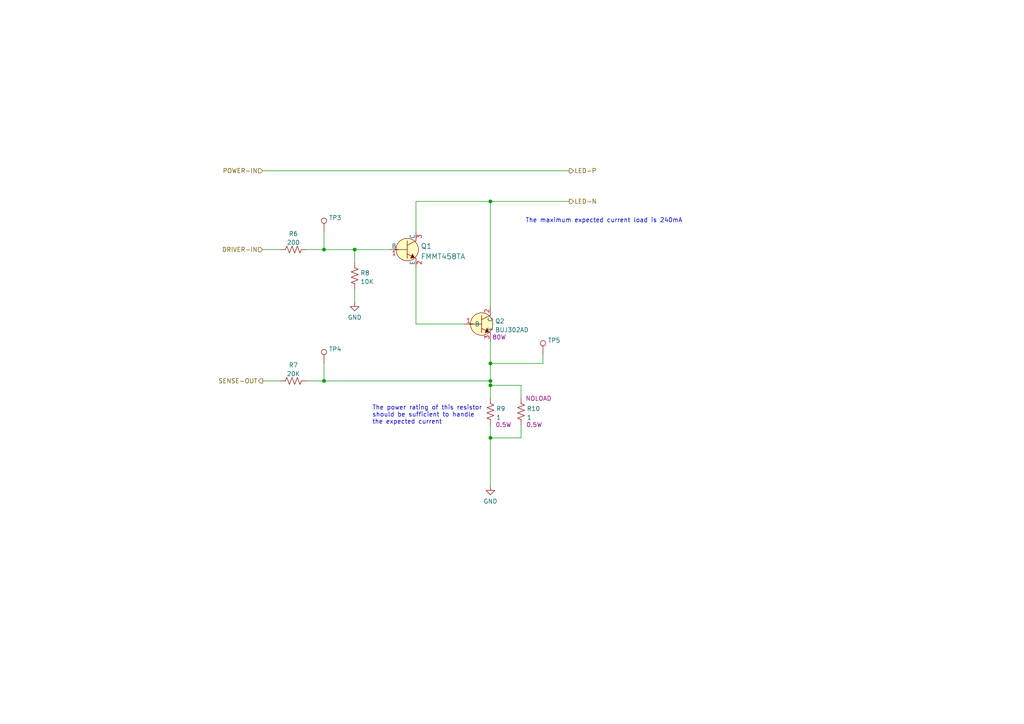
<source format=kicad_sch>
(kicad_sch (version 20211123) (generator eeschema)

  (uuid ac7c31ab-f080-4256-b217-7141dab77c4b)

  (paper "A4")

  (title_block
    (title "Lantern")
  )

  (lib_symbols
    (symbol "Connector:TestPoint" (pin_numbers hide) (pin_names (offset 0.762) hide) (in_bom yes) (on_board yes)
      (property "Reference" "TP" (id 0) (at 0 6.858 0)
        (effects (font (size 1.27 1.27)))
      )
      (property "Value" "TestPoint" (id 1) (at 0 5.08 0)
        (effects (font (size 1.27 1.27)))
      )
      (property "Footprint" "" (id 2) (at 5.08 0 0)
        (effects (font (size 1.27 1.27)) hide)
      )
      (property "Datasheet" "~" (id 3) (at 5.08 0 0)
        (effects (font (size 1.27 1.27)) hide)
      )
      (property "ki_keywords" "test point tp" (id 4) (at 0 0 0)
        (effects (font (size 1.27 1.27)) hide)
      )
      (property "ki_description" "test point" (id 5) (at 0 0 0)
        (effects (font (size 1.27 1.27)) hide)
      )
      (property "ki_fp_filters" "Pin* Test*" (id 6) (at 0 0 0)
        (effects (font (size 1.27 1.27)) hide)
      )
      (symbol "TestPoint_0_1"
        (circle (center 0 3.302) (radius 0.762)
          (stroke (width 0) (type default) (color 0 0 0 0))
          (fill (type none))
        )
      )
      (symbol "TestPoint_1_1"
        (pin passive line (at 0 0 90) (length 2.54)
          (name "1" (effects (font (size 1.27 1.27))))
          (number "1" (effects (font (size 1.27 1.27))))
        )
      )
    )
    (symbol "Device:R_US" (pin_numbers hide) (pin_names (offset 0)) (in_bom yes) (on_board yes)
      (property "Reference" "R" (id 0) (at 2.54 0 90)
        (effects (font (size 1.27 1.27)))
      )
      (property "Value" "R_US" (id 1) (at -2.54 0 90)
        (effects (font (size 1.27 1.27)))
      )
      (property "Footprint" "" (id 2) (at 1.016 -0.254 90)
        (effects (font (size 1.27 1.27)) hide)
      )
      (property "Datasheet" "~" (id 3) (at 0 0 0)
        (effects (font (size 1.27 1.27)) hide)
      )
      (property "ki_keywords" "R res resistor" (id 4) (at 0 0 0)
        (effects (font (size 1.27 1.27)) hide)
      )
      (property "ki_description" "Resistor, US symbol" (id 5) (at 0 0 0)
        (effects (font (size 1.27 1.27)) hide)
      )
      (property "ki_fp_filters" "R_*" (id 6) (at 0 0 0)
        (effects (font (size 1.27 1.27)) hide)
      )
      (symbol "R_US_0_1"
        (polyline
          (pts
            (xy 0 -2.286)
            (xy 0 -2.54)
          )
          (stroke (width 0) (type default) (color 0 0 0 0))
          (fill (type none))
        )
        (polyline
          (pts
            (xy 0 2.286)
            (xy 0 2.54)
          )
          (stroke (width 0) (type default) (color 0 0 0 0))
          (fill (type none))
        )
        (polyline
          (pts
            (xy 0 -0.762)
            (xy 1.016 -1.143)
            (xy 0 -1.524)
            (xy -1.016 -1.905)
            (xy 0 -2.286)
          )
          (stroke (width 0) (type default) (color 0 0 0 0))
          (fill (type none))
        )
        (polyline
          (pts
            (xy 0 0.762)
            (xy 1.016 0.381)
            (xy 0 0)
            (xy -1.016 -0.381)
            (xy 0 -0.762)
          )
          (stroke (width 0) (type default) (color 0 0 0 0))
          (fill (type none))
        )
        (polyline
          (pts
            (xy 0 2.286)
            (xy 1.016 1.905)
            (xy 0 1.524)
            (xy -1.016 1.143)
            (xy 0 0.762)
          )
          (stroke (width 0) (type default) (color 0 0 0 0))
          (fill (type none))
        )
      )
      (symbol "R_US_1_1"
        (pin passive line (at 0 3.81 270) (length 1.27)
          (name "~" (effects (font (size 1.27 1.27))))
          (number "1" (effects (font (size 1.27 1.27))))
        )
        (pin passive line (at 0 -3.81 90) (length 1.27)
          (name "~" (effects (font (size 1.27 1.27))))
          (number "2" (effects (font (size 1.27 1.27))))
        )
      )
    )
    (symbol "dk_Transistors-Bipolar-BJT-Single:FMMT458TA" (pin_names (offset 0)) (in_bom yes) (on_board yes)
      (property "Reference" "Q" (id 0) (at -3.2004 4.2164 0)
        (effects (font (size 1.524 1.524)) (justify left))
      )
      (property "Value" "FMMT458TA" (id 1) (at 5.2324 0 90)
        (effects (font (size 1.524 1.524)))
      )
      (property "Footprint" "digikey-footprints:SOT-23-3" (id 2) (at 5.08 5.08 0)
        (effects (font (size 1.524 1.524)) (justify left) hide)
      )
      (property "Datasheet" "https://www.diodes.com/assets/Datasheets/FMMT458.pdf" (id 3) (at 5.08 7.62 0)
        (effects (font (size 1.524 1.524)) (justify left) hide)
      )
      (property "Digi-Key_PN" "FMMT458CT-ND" (id 4) (at 5.08 10.16 0)
        (effects (font (size 1.524 1.524)) (justify left) hide)
      )
      (property "MPN" "FMMT458TA" (id 5) (at 5.08 12.7 0)
        (effects (font (size 1.524 1.524)) (justify left) hide)
      )
      (property "Category" "Discrete Semiconductor Products" (id 6) (at 5.08 15.24 0)
        (effects (font (size 1.524 1.524)) (justify left) hide)
      )
      (property "Family" "Transistors - Bipolar (BJT) - Single" (id 7) (at 5.08 17.78 0)
        (effects (font (size 1.524 1.524)) (justify left) hide)
      )
      (property "DK_Datasheet_Link" "https://www.diodes.com/assets/Datasheets/FMMT458.pdf" (id 8) (at 5.08 20.32 0)
        (effects (font (size 1.524 1.524)) (justify left) hide)
      )
      (property "DK_Detail_Page" "/product-detail/en/diodes-incorporated/FMMT458TA/FMMT458CT-ND/243272" (id 9) (at 5.08 22.86 0)
        (effects (font (size 1.524 1.524)) (justify left) hide)
      )
      (property "Description" "TRANS NPN 400V 0.225A SOT23-3" (id 10) (at 5.08 25.4 0)
        (effects (font (size 1.524 1.524)) (justify left) hide)
      )
      (property "Manufacturer" "Diodes Incorporated" (id 11) (at 5.08 27.94 0)
        (effects (font (size 1.524 1.524)) (justify left) hide)
      )
      (property "Status" "Active" (id 12) (at 5.08 30.48 0)
        (effects (font (size 1.524 1.524)) (justify left) hide)
      )
      (property "ki_keywords" "FMMT458CT-ND" (id 13) (at 0 0 0)
        (effects (font (size 1.27 1.27)) hide)
      )
      (property "ki_description" "TRANS NPN 400V 0.225A SOT23-3" (id 14) (at 0 0 0)
        (effects (font (size 1.27 1.27)) hide)
      )
      (symbol "FMMT458TA_0_1"
        (polyline
          (pts
            (xy -3.81 0)
            (xy -2.54 0)
          )
          (stroke (width 0) (type default) (color 0 0 0 0))
          (fill (type none))
        )
        (polyline
          (pts
            (xy -3.556 0)
            (xy 0 0)
          )
          (stroke (width 0) (type default) (color 0 0 0 0))
          (fill (type none))
        )
        (polyline
          (pts
            (xy 0 -1.27)
            (xy 2.54 -2.54)
          )
          (stroke (width 0) (type default) (color 0 0 0 0))
          (fill (type none))
        )
        (polyline
          (pts
            (xy 0 1.27)
            (xy 2.54 2.54)
          )
          (stroke (width 0) (type default) (color 0 0 0 0))
          (fill (type none))
        )
        (polyline
          (pts
            (xy 0 2.54)
            (xy 0 -2.54)
          )
          (stroke (width 0) (type default) (color 0 0 0 0))
          (fill (type none))
        )
        (polyline
          (pts
            (xy 1.524 -1.27)
            (xy 2.032 -2.286)
            (xy 1.016 -2.54)
            (xy 1.524 -1.27)
          )
          (stroke (width 0) (type default) (color 0 0 0 0))
          (fill (type outline))
        )
        (circle (center 0 0) (radius 3.2512)
          (stroke (width 0) (type default) (color 0 0 0 0))
          (fill (type background))
        )
      )
      (symbol "FMMT458TA_1_1"
        (pin input line (at -5.08 0 0) (length 2.54)
          (name "B" (effects (font (size 1.27 1.27))))
          (number "1" (effects (font (size 1.27 1.27))))
        )
        (pin passive line (at 2.54 -5.08 90) (length 2.54)
          (name "E" (effects (font (size 1.27 1.27))))
          (number "2" (effects (font (size 1.27 1.27))))
        )
        (pin passive line (at 2.54 5.08 270) (length 2.54)
          (name "C" (effects (font (size 1.27 1.27))))
          (number "3" (effects (font (size 1.27 1.27))))
        )
      )
    )
    (symbol "power:GND" (power) (pin_names (offset 0)) (in_bom yes) (on_board yes)
      (property "Reference" "#PWR" (id 0) (at 0 -6.35 0)
        (effects (font (size 1.27 1.27)) hide)
      )
      (property "Value" "GND" (id 1) (at 0 -3.81 0)
        (effects (font (size 1.27 1.27)))
      )
      (property "Footprint" "" (id 2) (at 0 0 0)
        (effects (font (size 1.27 1.27)) hide)
      )
      (property "Datasheet" "" (id 3) (at 0 0 0)
        (effects (font (size 1.27 1.27)) hide)
      )
      (property "ki_keywords" "power-flag" (id 4) (at 0 0 0)
        (effects (font (size 1.27 1.27)) hide)
      )
      (property "ki_description" "Power symbol creates a global label with name \"GND\" , ground" (id 5) (at 0 0 0)
        (effects (font (size 1.27 1.27)) hide)
      )
      (symbol "GND_0_1"
        (polyline
          (pts
            (xy 0 0)
            (xy 0 -1.27)
            (xy 1.27 -1.27)
            (xy 0 -2.54)
            (xy -1.27 -1.27)
            (xy 0 -1.27)
          )
          (stroke (width 0) (type default) (color 0 0 0 0))
          (fill (type none))
        )
      )
      (symbol "GND_1_1"
        (pin power_in line (at 0 0 270) (length 0) hide
          (name "GND" (effects (font (size 1.27 1.27))))
          (number "1" (effects (font (size 1.27 1.27))))
        )
      )
    )
    (symbol "ym_BJT:BUJ302AD" (in_bom yes) (on_board yes)
      (property "Reference" "Q" (id 0) (at 5.08 1.27 0)
        (effects (font (size 1.27 1.27)))
      )
      (property "Value" "BUJ302AD" (id 1) (at 8.89 -2.54 0)
        (effects (font (size 1.27 1.27)))
      )
      (property "Footprint" "" (id 2) (at 0 0 0)
        (effects (font (size 1.27 1.27)) hide)
      )
      (property "Datasheet" "https://www.ween-semi.com/sites/default/files/2018-11/BUJ302AD.pdf" (id 3) (at 0 0 0)
        (effects (font (size 1.27 1.27)) hide)
      )
      (property "ki_keywords" "BJT, NPN, High voltage" (id 4) (at 0 0 0)
        (effects (font (size 1.27 1.27)) hide)
      )
      (property "ki_description" "High voltage, high speed planar passivated NPN power switching transistor in a SOT428 (DPAK)" (id 5) (at 0 0 0)
        (effects (font (size 1.27 1.27)) hide)
      )
      (symbol "BUJ302AD_0_1"
        (polyline
          (pts
            (xy -3.81 0)
            (xy -2.54 0)
          )
          (stroke (width 0) (type default) (color 0 0 0 0))
          (fill (type none))
        )
        (polyline
          (pts
            (xy -3.556 0)
            (xy 0 0)
          )
          (stroke (width 0) (type default) (color 0 0 0 0))
          (fill (type none))
        )
        (polyline
          (pts
            (xy 0 -1.27)
            (xy 2.54 -2.54)
          )
          (stroke (width 0) (type default) (color 0 0 0 0))
          (fill (type none))
        )
        (polyline
          (pts
            (xy 0 1.27)
            (xy 2.54 2.54)
          )
          (stroke (width 0) (type default) (color 0 0 0 0))
          (fill (type none))
        )
        (polyline
          (pts
            (xy 0 2.54)
            (xy 0 -2.54)
          )
          (stroke (width 0) (type default) (color 0 0 0 0))
          (fill (type none))
        )
        (polyline
          (pts
            (xy 1.524 -1.27)
            (xy 2.032 -2.286)
            (xy 1.016 -2.54)
            (xy 1.524 -1.27)
          )
          (stroke (width 0) (type default) (color 0 0 0 0))
          (fill (type outline))
        )
        (circle (center 0 0) (radius 3.2512)
          (stroke (width 0) (type default) (color 0 0 0 0))
          (fill (type background))
        )
      )
      (symbol "BUJ302AD_1_1"
        (pin input line (at -5.08 0 0) (length 2.54)
          (name "B" (effects (font (size 1.27 1.27))))
          (number "1" (effects (font (size 1.27 1.27))))
        )
        (pin passive line (at 2.54 5.08 270) (length 2.54)
          (name "C" (effects (font (size 1.27 1.27))))
          (number "2" (effects (font (size 1.27 1.27))))
        )
        (pin passive line (at 2.54 -5.08 90) (length 2.54)
          (name "E" (effects (font (size 1.27 1.27))))
          (number "3" (effects (font (size 1.27 1.27))))
        )
      )
    )
  )

  (junction (at 142.24 127) (diameter 0) (color 0 0 0 0)
    (uuid 1b6afbbe-8f7d-422b-a71a-d73cb33b0712)
  )
  (junction (at 142.24 111.76) (diameter 0) (color 0 0 0 0)
    (uuid 2e208820-bc2e-437a-b69b-e1d7da732d26)
  )
  (junction (at 102.87 72.39) (diameter 0) (color 0 0 0 0)
    (uuid 2f84b203-b57b-44f7-948a-35b78103e7c2)
  )
  (junction (at 142.24 110.49) (diameter 0) (color 0 0 0 0)
    (uuid 35f071a8-2c31-4faf-810c-f06d9efbdfe8)
  )
  (junction (at 93.98 110.49) (diameter 0) (color 0 0 0 0)
    (uuid 696e04dc-44d8-4ab7-a9fd-f96718431138)
  )
  (junction (at 142.24 58.42) (diameter 0) (color 0 0 0 0)
    (uuid 994b75ea-913c-4ec4-89e1-3d24df9dfc4a)
  )
  (junction (at 93.98 72.39) (diameter 0) (color 0 0 0 0)
    (uuid cb7af346-c5cf-4590-8af4-53927a279833)
  )
  (junction (at 142.24 105.41) (diameter 0) (color 0 0 0 0)
    (uuid dd6df026-e67a-49f1-810b-6c6f09738474)
  )

  (wire (pts (xy 102.87 72.39) (xy 102.87 76.2))
    (stroke (width 0) (type default) (color 0 0 0 0))
    (uuid 006cd907-81a4-461e-aea5-0a925e38a774)
  )
  (wire (pts (xy 151.13 127) (xy 142.24 127))
    (stroke (width 0) (type default) (color 0 0 0 0))
    (uuid 0644af08-cc59-4676-bc05-5f7dd6673847)
  )
  (wire (pts (xy 142.24 99.06) (xy 142.24 105.41))
    (stroke (width 0) (type default) (color 0 0 0 0))
    (uuid 09c377d0-83f0-4345-a545-9a5e6ed3f8a9)
  )
  (wire (pts (xy 151.13 115.57) (xy 151.13 111.76))
    (stroke (width 0) (type default) (color 0 0 0 0))
    (uuid 0e35fb31-62fc-40c1-b475-420b54381373)
  )
  (wire (pts (xy 93.98 105.41) (xy 93.98 110.49))
    (stroke (width 0) (type default) (color 0 0 0 0))
    (uuid 1a3efc9a-599b-45d6-a942-72276b71f7af)
  )
  (wire (pts (xy 76.2 49.53) (xy 165.1 49.53))
    (stroke (width 0) (type default) (color 0 0 0 0))
    (uuid 2aaf1196-0a18-41a4-bce0-f095dc98c95b)
  )
  (wire (pts (xy 142.24 111.76) (xy 151.13 111.76))
    (stroke (width 0) (type default) (color 0 0 0 0))
    (uuid 2fdae6d9-d78d-4d04-88b0-39c72e5ea170)
  )
  (wire (pts (xy 120.65 93.98) (xy 134.62 93.98))
    (stroke (width 0) (type default) (color 0 0 0 0))
    (uuid 31f6e7b1-d7cf-4604-8e30-78ded579959b)
  )
  (wire (pts (xy 76.2 110.49) (xy 81.28 110.49))
    (stroke (width 0) (type default) (color 0 0 0 0))
    (uuid 32d30c70-c3aa-43ac-bec3-69428d3a20de)
  )
  (wire (pts (xy 76.2 72.39) (xy 81.28 72.39))
    (stroke (width 0) (type default) (color 0 0 0 0))
    (uuid 37ada321-e155-4247-bef8-e2e4b195b0ca)
  )
  (wire (pts (xy 157.48 102.87) (xy 157.48 105.41))
    (stroke (width 0) (type default) (color 0 0 0 0))
    (uuid 476f10ca-3a11-4c78-bdd6-e82d2268b790)
  )
  (wire (pts (xy 88.9 110.49) (xy 93.98 110.49))
    (stroke (width 0) (type default) (color 0 0 0 0))
    (uuid 57ea78fb-a6d4-4db9-be71-b139b0e98e5d)
  )
  (wire (pts (xy 142.24 58.42) (xy 142.24 88.9))
    (stroke (width 0) (type default) (color 0 0 0 0))
    (uuid 5ab46aae-0bb7-46af-98fa-e09a15460ecc)
  )
  (wire (pts (xy 88.9 72.39) (xy 93.98 72.39))
    (stroke (width 0) (type default) (color 0 0 0 0))
    (uuid 5e5ddf41-f753-4b96-a069-e83639a394d9)
  )
  (wire (pts (xy 113.03 72.39) (xy 102.87 72.39))
    (stroke (width 0) (type default) (color 0 0 0 0))
    (uuid 5f553165-d45b-42c2-bb68-3d141aa1f443)
  )
  (wire (pts (xy 142.24 58.42) (xy 165.1 58.42))
    (stroke (width 0) (type default) (color 0 0 0 0))
    (uuid 5f55a79c-37eb-4ac1-a55f-25a5361efea3)
  )
  (wire (pts (xy 120.65 67.31) (xy 120.65 58.42))
    (stroke (width 0) (type default) (color 0 0 0 0))
    (uuid 68163fb2-1ec5-46af-8f83-075fd66ffc0f)
  )
  (wire (pts (xy 142.24 111.76) (xy 142.24 115.57))
    (stroke (width 0) (type default) (color 0 0 0 0))
    (uuid 6d06e99a-46fe-4548-8b86-6f8853cd19e7)
  )
  (wire (pts (xy 102.87 83.82) (xy 102.87 87.63))
    (stroke (width 0) (type default) (color 0 0 0 0))
    (uuid 784f0911-f529-4490-a9cd-6147b4d9dbfb)
  )
  (wire (pts (xy 120.65 58.42) (xy 142.24 58.42))
    (stroke (width 0) (type default) (color 0 0 0 0))
    (uuid 87e1ac54-8628-439e-8513-e4994b48b0c4)
  )
  (wire (pts (xy 93.98 67.31) (xy 93.98 72.39))
    (stroke (width 0) (type default) (color 0 0 0 0))
    (uuid 8dee05f4-d8ee-406c-baf3-92edf5c50a58)
  )
  (wire (pts (xy 142.24 105.41) (xy 142.24 110.49))
    (stroke (width 0) (type default) (color 0 0 0 0))
    (uuid c3492af6-0d06-4ff9-8bf0-832dcab805fe)
  )
  (wire (pts (xy 142.24 105.41) (xy 157.48 105.41))
    (stroke (width 0) (type default) (color 0 0 0 0))
    (uuid d7cb90d5-2e09-4742-b1a0-cef3fc9c8353)
  )
  (wire (pts (xy 120.65 77.47) (xy 120.65 93.98))
    (stroke (width 0) (type default) (color 0 0 0 0))
    (uuid e29daa6d-0df5-4c94-867a-fae67ad4eddd)
  )
  (wire (pts (xy 93.98 110.49) (xy 142.24 110.49))
    (stroke (width 0) (type default) (color 0 0 0 0))
    (uuid e52ea91b-7245-453c-bc2e-90b4c8d622ba)
  )
  (wire (pts (xy 142.24 123.19) (xy 142.24 127))
    (stroke (width 0) (type default) (color 0 0 0 0))
    (uuid ed5b5b11-4def-45a6-9f8f-9c705fb94abf)
  )
  (wire (pts (xy 142.24 127) (xy 142.24 140.97))
    (stroke (width 0) (type default) (color 0 0 0 0))
    (uuid ee4c38cb-7c1a-4033-9caa-b77c7c87246e)
  )
  (wire (pts (xy 93.98 72.39) (xy 102.87 72.39))
    (stroke (width 0) (type default) (color 0 0 0 0))
    (uuid f9a358a2-d57d-4814-9126-ce590c4eb366)
  )
  (wire (pts (xy 142.24 110.49) (xy 142.24 111.76))
    (stroke (width 0) (type default) (color 0 0 0 0))
    (uuid fa5d69b8-2e8b-4a64-b9fc-7bdc9645e006)
  )
  (wire (pts (xy 151.13 123.19) (xy 151.13 127))
    (stroke (width 0) (type default) (color 0 0 0 0))
    (uuid fc0f063b-985a-4ea9-ae23-bc74c2db012a)
  )

  (text "The maximum expected current load is 240mA" (at 152.4 64.77 0)
    (effects (font (size 1.27 1.27)) (justify left bottom))
    (uuid 37269bf7-a86e-48c4-bb5e-461fe50305fd)
  )
  (text "The power rating of this resistor\nshould be sufficient to handle\nthe expected current"
    (at 107.95 123.19 0)
    (effects (font (size 1.27 1.27)) (justify left bottom))
    (uuid c4a4a458-5219-4663-98e4-276c2de1577b)
  )

  (hierarchical_label "SENSE-OUT" (shape output) (at 76.2 110.49 180)
    (effects (font (size 1.27 1.27)) (justify right))
    (uuid 15fd189d-c0f9-462f-8d4b-172790a98134)
  )
  (hierarchical_label "LED-P" (shape output) (at 165.1 49.53 0)
    (effects (font (size 1.27 1.27)) (justify left))
    (uuid 228e6456-ca63-483d-ba17-889cde46fef2)
  )
  (hierarchical_label "POWER-IN" (shape input) (at 76.2 49.53 180)
    (effects (font (size 1.27 1.27)) (justify right))
    (uuid c8537e00-8768-4d2a-b9f7-54cab062dac8)
  )
  (hierarchical_label "LED-N" (shape output) (at 165.1 58.42 0)
    (effects (font (size 1.27 1.27)) (justify left))
    (uuid c9f90ecd-a184-4596-b005-c87a0f64edc5)
  )
  (hierarchical_label "DRIVER-IN" (shape input) (at 76.2 72.39 180)
    (effects (font (size 1.27 1.27)) (justify right))
    (uuid f279e8f9-9ed3-4b63-bcab-9c276da35740)
  )

  (symbol (lib_id "dk_Transistors-Bipolar-BJT-Single:FMMT458TA") (at 118.11 72.39 0) (unit 1)
    (in_bom yes) (on_board yes) (fields_autoplaced)
    (uuid 12359262-7714-4a1a-9c0a-41ddfd8d6064)
    (property "Reference" "Q1" (id 0) (at 121.9962 71.4138 0)
      (effects (font (size 1.524 1.524)) (justify left))
    )
    (property "Value" "FMMT458TA" (id 1) (at 121.9962 74.4072 0)
      (effects (font (size 1.524 1.524)) (justify left))
    )
    (property "Footprint" "digikey-footprints:SOT-23-3" (id 2) (at 123.19 67.31 0)
      (effects (font (size 1.524 1.524)) (justify left) hide)
    )
    (property "Datasheet" "https://www.diodes.com/assets/Datasheets/FMMT458.pdf" (id 3) (at 123.19 64.77 0)
      (effects (font (size 1.524 1.524)) (justify left) hide)
    )
    (property "Digi-Key_PN" "FMMT458CT-ND" (id 4) (at 123.19 62.23 0)
      (effects (font (size 1.524 1.524)) (justify left) hide)
    )
    (property "MPN" "FMMT458TA" (id 5) (at 123.19 59.69 0)
      (effects (font (size 1.524 1.524)) (justify left) hide)
    )
    (property "Category" "Discrete Semiconductor Products" (id 6) (at 123.19 57.15 0)
      (effects (font (size 1.524 1.524)) (justify left) hide)
    )
    (property "Family" "Transistors - Bipolar (BJT) - Single" (id 7) (at 123.19 54.61 0)
      (effects (font (size 1.524 1.524)) (justify left) hide)
    )
    (property "DK_Datasheet_Link" "https://www.diodes.com/assets/Datasheets/FMMT458.pdf" (id 8) (at 123.19 52.07 0)
      (effects (font (size 1.524 1.524)) (justify left) hide)
    )
    (property "DK_Detail_Page" "/product-detail/en/diodes-incorporated/FMMT458TA/FMMT458CT-ND/243272" (id 9) (at 123.19 49.53 0)
      (effects (font (size 1.524 1.524)) (justify left) hide)
    )
    (property "Description" "TRANS NPN 400V 0.225A SOT23-3" (id 10) (at 123.19 46.99 0)
      (effects (font (size 1.524 1.524)) (justify left) hide)
    )
    (property "Manufacturer" "Diodes Incorporated" (id 11) (at 123.19 44.45 0)
      (effects (font (size 1.524 1.524)) (justify left) hide)
    )
    (property "Status" "Active" (id 12) (at 123.19 41.91 0)
      (effects (font (size 1.524 1.524)) (justify left) hide)
    )
    (pin "1" (uuid 0045a925-5fce-4130-8d0e-2df35d303f02))
    (pin "2" (uuid 5f665f3a-6017-437a-b757-385dc43937b5))
    (pin "3" (uuid 06d6b730-98a1-4ec0-82cf-c3099d333129))
  )

  (symbol (lib_id "power:GND") (at 142.24 140.97 0) (unit 1)
    (in_bom yes) (on_board yes) (fields_autoplaced)
    (uuid 41c7ebb5-6adc-414d-91c0-decdfbda53eb)
    (property "Reference" "#PWR017" (id 0) (at 142.24 147.32 0)
      (effects (font (size 1.27 1.27)) hide)
    )
    (property "Value" "GND" (id 1) (at 142.24 145.4134 0))
    (property "Footprint" "" (id 2) (at 142.24 140.97 0)
      (effects (font (size 1.27 1.27)) hide)
    )
    (property "Datasheet" "" (id 3) (at 142.24 140.97 0)
      (effects (font (size 1.27 1.27)) hide)
    )
    (pin "1" (uuid 8eb9fd60-e0d5-47b3-8667-ab6fe8d99a50))
  )

  (symbol (lib_id "Device:R_US") (at 85.09 110.49 90) (unit 1)
    (in_bom yes) (on_board yes) (fields_autoplaced)
    (uuid 428f9282-8673-4019-8cf1-acf6536e165e)
    (property "Reference" "R7" (id 0) (at 85.09 105.9012 90))
    (property "Value" "20K" (id 1) (at 85.09 108.4381 90))
    (property "Footprint" "Resistor_SMD:R_0603_1608Metric_Pad0.98x0.95mm_HandSolder" (id 2) (at 85.344 109.474 90)
      (effects (font (size 1.27 1.27)) hide)
    )
    (property "Datasheet" "~" (id 3) (at 85.09 110.49 0)
      (effects (font (size 1.27 1.27)) hide)
    )
    (pin "1" (uuid 31e3cd6c-ec28-4cdf-be06-6246659eb214))
    (pin "2" (uuid f88e7499-9c56-415a-898c-828e0c74f5d7))
  )

  (symbol (lib_id "Connector:TestPoint") (at 93.98 67.31 0) (unit 1)
    (in_bom yes) (on_board yes) (fields_autoplaced)
    (uuid 70f49d23-9568-4649-a907-d0e631b2c715)
    (property "Reference" "TP3" (id 0) (at 95.377 63.1733 0)
      (effects (font (size 1.27 1.27)) (justify left))
    )
    (property "Value" "TestPoint" (id 1) (at 95.377 65.7102 0)
      (effects (font (size 1.27 1.27)) (justify left) hide)
    )
    (property "Footprint" "TestPoint:TestPoint_Pad_D1.5mm" (id 2) (at 99.06 67.31 0)
      (effects (font (size 1.27 1.27)) hide)
    )
    (property "Datasheet" "~" (id 3) (at 99.06 67.31 0)
      (effects (font (size 1.27 1.27)) hide)
    )
    (pin "1" (uuid 5db9b657-686f-4d7d-b526-95cc8f0ddcae))
  )

  (symbol (lib_id "Device:R_US") (at 151.13 119.38 0) (unit 1)
    (in_bom yes) (on_board yes)
    (uuid a3a6bb23-5ba8-4d09-96fb-cbf7fb2f8f1c)
    (property "Reference" "R10" (id 0) (at 152.781 118.5453 0)
      (effects (font (size 1.27 1.27)) (justify left))
    )
    (property "Value" "1" (id 1) (at 152.781 121.0822 0)
      (effects (font (size 1.27 1.27)) (justify left))
    )
    (property "Footprint" "Resistor_SMD:R_1206_3216Metric_Pad1.30x1.75mm_HandSolder" (id 2) (at 152.146 119.634 90)
      (effects (font (size 1.27 1.27)) hide)
    )
    (property "Datasheet" "~" (id 3) (at 151.13 119.38 0)
      (effects (font (size 1.27 1.27)) hide)
    )
    (property "Power" "0.5W" (id 4) (at 154.94 123.19 0))
    (property "Field5" "NOLOAD" (id 5) (at 156.21 115.57 0))
    (pin "1" (uuid 2b68c0dd-db27-4091-946f-541dd8843237))
    (pin "2" (uuid c9d8964a-e39b-4dc6-9eaa-19ca14cf092d))
  )

  (symbol (lib_id "Device:R_US") (at 102.87 80.01 0) (unit 1)
    (in_bom yes) (on_board yes) (fields_autoplaced)
    (uuid ad6593de-9c10-4881-bd6e-81f3b9754f75)
    (property "Reference" "R8" (id 0) (at 104.521 79.1753 0)
      (effects (font (size 1.27 1.27)) (justify left))
    )
    (property "Value" "10K" (id 1) (at 104.521 81.7122 0)
      (effects (font (size 1.27 1.27)) (justify left))
    )
    (property "Footprint" "Resistor_SMD:R_0603_1608Metric_Pad0.98x0.95mm_HandSolder" (id 2) (at 103.886 80.264 90)
      (effects (font (size 1.27 1.27)) hide)
    )
    (property "Datasheet" "~" (id 3) (at 102.87 80.01 0)
      (effects (font (size 1.27 1.27)) hide)
    )
    (pin "1" (uuid 754d9411-0758-4f27-8336-dc1107e65ad5))
    (pin "2" (uuid 694eac63-3549-4817-b67f-ce073f733bf5))
  )

  (symbol (lib_id "Device:R_US") (at 142.24 119.38 0) (unit 1)
    (in_bom yes) (on_board yes)
    (uuid b65c1875-b5c3-4cae-8f5d-c778cfe9d0eb)
    (property "Reference" "R9" (id 0) (at 143.891 118.5453 0)
      (effects (font (size 1.27 1.27)) (justify left))
    )
    (property "Value" "1" (id 1) (at 143.891 121.0822 0)
      (effects (font (size 1.27 1.27)) (justify left))
    )
    (property "Footprint" "Resistor_SMD:R_1206_3216Metric_Pad1.30x1.75mm_HandSolder" (id 2) (at 143.256 119.634 90)
      (effects (font (size 1.27 1.27)) hide)
    )
    (property "Datasheet" "~" (id 3) (at 142.24 119.38 0)
      (effects (font (size 1.27 1.27)) hide)
    )
    (property "Power" "0.5W" (id 4) (at 146.05 123.19 0))
    (pin "1" (uuid 352e4e33-fb6a-4019-b6bb-555ff508c763))
    (pin "2" (uuid ece982b1-3d3e-4603-bf20-c8f53b628ce8))
  )

  (symbol (lib_id "ym_BJT:BUJ302AD") (at 139.7 93.98 0) (unit 1)
    (in_bom yes) (on_board yes)
    (uuid ba008595-2930-489b-a118-346523cac1b3)
    (property "Reference" "Q2" (id 0) (at 143.5862 93.1453 0)
      (effects (font (size 1.27 1.27)) (justify left))
    )
    (property "Value" "BUJ302AD" (id 1) (at 143.5862 95.6822 0)
      (effects (font (size 1.27 1.27)) (justify left))
    )
    (property "Footprint" "ym-footprints:SOT-428" (id 2) (at 139.7 93.98 0)
      (effects (font (size 1.27 1.27)) hide)
    )
    (property "Datasheet" "https://www.ween-semi.com/sites/default/files/2018-11/BUJ302AD.pdf" (id 3) (at 139.7 93.98 0)
      (effects (font (size 1.27 1.27)) hide)
    )
    (property "Power" "80W" (id 4) (at 144.78 97.79 0))
    (pin "1" (uuid 6451a0d5-e82e-4ab8-8edb-43dec2ddcc65))
    (pin "2" (uuid 002d620f-9630-49a7-ba18-d34993d8d3ea))
    (pin "3" (uuid 7a0e7c2e-eff4-4c76-b3b7-f80584bce30e))
  )

  (symbol (lib_id "Connector:TestPoint") (at 93.98 105.41 0) (unit 1)
    (in_bom yes) (on_board yes) (fields_autoplaced)
    (uuid bf30bd56-1224-40a0-8028-81a194a77061)
    (property "Reference" "TP4" (id 0) (at 95.377 101.2733 0)
      (effects (font (size 1.27 1.27)) (justify left))
    )
    (property "Value" "TestPoint" (id 1) (at 95.377 103.8102 0)
      (effects (font (size 1.27 1.27)) (justify left) hide)
    )
    (property "Footprint" "TestPoint:TestPoint_Pad_D1.5mm" (id 2) (at 99.06 105.41 0)
      (effects (font (size 1.27 1.27)) hide)
    )
    (property "Datasheet" "~" (id 3) (at 99.06 105.41 0)
      (effects (font (size 1.27 1.27)) hide)
    )
    (pin "1" (uuid d4cdad56-2cd0-4b9c-8e78-d442acc91ebb))
  )

  (symbol (lib_id "Device:R_US") (at 85.09 72.39 90) (unit 1)
    (in_bom yes) (on_board yes) (fields_autoplaced)
    (uuid ce94dca1-f70a-4187-8285-c6fce8fe1e9a)
    (property "Reference" "R6" (id 0) (at 85.09 67.8012 90))
    (property "Value" "200" (id 1) (at 85.09 70.3381 90))
    (property "Footprint" "Resistor_SMD:R_0603_1608Metric_Pad0.98x0.95mm_HandSolder" (id 2) (at 85.344 71.374 90)
      (effects (font (size 1.27 1.27)) hide)
    )
    (property "Datasheet" "~" (id 3) (at 85.09 72.39 0)
      (effects (font (size 1.27 1.27)) hide)
    )
    (pin "1" (uuid 6c14ce90-91de-47c1-bf78-135a13e36ad8))
    (pin "2" (uuid f1cdb64c-eb5f-4082-bb1c-91f59c217971))
  )

  (symbol (lib_id "Connector:TestPoint") (at 157.48 102.87 0) (unit 1)
    (in_bom yes) (on_board yes) (fields_autoplaced)
    (uuid dedea8b5-15ca-49b6-be8b-a2fc3dff64c4)
    (property "Reference" "TP5" (id 0) (at 158.877 98.7333 0)
      (effects (font (size 1.27 1.27)) (justify left))
    )
    (property "Value" "TestPoint" (id 1) (at 158.877 101.2702 0)
      (effects (font (size 1.27 1.27)) (justify left) hide)
    )
    (property "Footprint" "TestPoint:TestPoint_Pad_D1.5mm" (id 2) (at 162.56 102.87 0)
      (effects (font (size 1.27 1.27)) hide)
    )
    (property "Datasheet" "~" (id 3) (at 162.56 102.87 0)
      (effects (font (size 1.27 1.27)) hide)
    )
    (pin "1" (uuid dea493c9-6d15-4fa7-b127-df1ff51c1710))
  )

  (symbol (lib_id "power:GND") (at 102.87 87.63 0) (unit 1)
    (in_bom yes) (on_board yes) (fields_autoplaced)
    (uuid e45f86a5-30bf-4a55-8349-92be3e84356f)
    (property "Reference" "#PWR016" (id 0) (at 102.87 93.98 0)
      (effects (font (size 1.27 1.27)) hide)
    )
    (property "Value" "GND" (id 1) (at 102.87 92.0734 0))
    (property "Footprint" "" (id 2) (at 102.87 87.63 0)
      (effects (font (size 1.27 1.27)) hide)
    )
    (property "Datasheet" "" (id 3) (at 102.87 87.63 0)
      (effects (font (size 1.27 1.27)) hide)
    )
    (pin "1" (uuid 3cc08772-99ef-4097-8bb0-029bd57bf887))
  )
)

</source>
